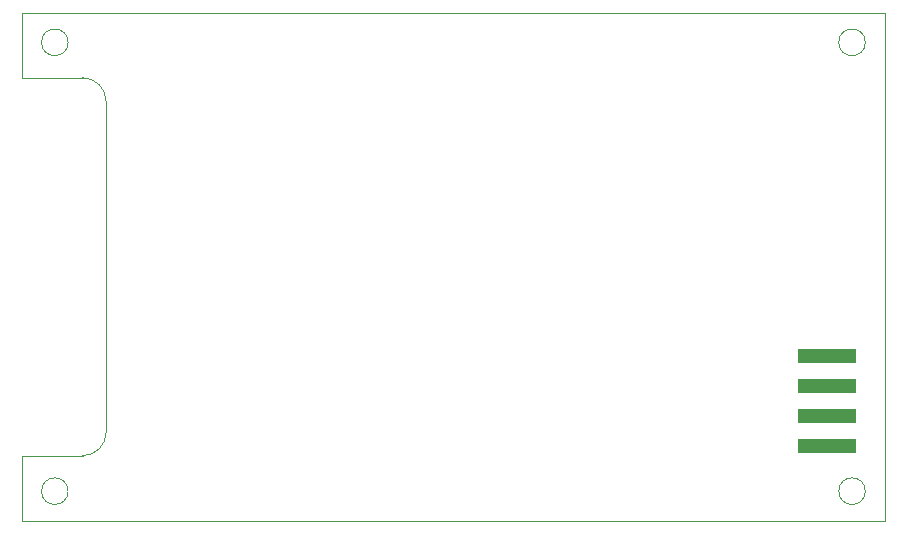
<source format=gbr>
%TF.GenerationSoftware,KiCad,Pcbnew,5.99.0-unknown-308ab8caf~106~ubuntu18.04.1*%
%TF.CreationDate,2021-02-25T19:42:54-08:00*%
%TF.ProjectId,signal-board,7369676e-616c-42d6-926f-6172642e6b69,rev?*%
%TF.SameCoordinates,Original*%
%TF.FileFunction,Paste,Top*%
%TF.FilePolarity,Positive*%
%FSLAX46Y46*%
G04 Gerber Fmt 4.6, Leading zero omitted, Abs format (unit mm)*
G04 Created by KiCad (PCBNEW 5.99.0-unknown-308ab8caf~106~ubuntu18.04.1) date 2021-02-25 19:42:54*
%MOMM*%
%LPD*%
G01*
G04 APERTURE LIST*
%TA.AperFunction,Profile*%
%ADD10C,0.100000*%
%TD*%
%TA.AperFunction,Profile*%
%ADD11C,0.120000*%
%TD*%
%ADD12R,5.000000X1.250000*%
G04 APERTURE END LIST*
D10*
X170300000Y-141000000D02*
X170300000Y-98000000D01*
X170300000Y-141000000D02*
X97300000Y-141000000D01*
X97300000Y-135500000D02*
X97300000Y-141000000D01*
X104400000Y-133500000D02*
G75*
G02*
X102400000Y-135500000I-2000000J0D01*
G01*
X104400000Y-133500000D02*
X104400000Y-105500000D01*
X97300000Y-98000000D02*
X97300000Y-103500000D01*
D11*
X101175000Y-138500000D02*
G75*
G03*
X101175000Y-138500000I-1125000J0D01*
G01*
D10*
X102400000Y-103500000D02*
G75*
G02*
X104400000Y-105500000I0J-2000000D01*
G01*
D11*
X101175000Y-100500000D02*
G75*
G03*
X101175000Y-100500000I-1125000J0D01*
G01*
X97300000Y-98000000D02*
X170300000Y-98000000D01*
X168675000Y-138500000D02*
G75*
G03*
X168675000Y-138500000I-1125000J0D01*
G01*
D10*
X102400000Y-135500000D02*
X97300000Y-135500000D01*
D11*
X168675000Y-100500000D02*
G75*
G03*
X168675000Y-100500000I-1125000J0D01*
G01*
D10*
X102400000Y-103500000D02*
X97300000Y-103500000D01*
D12*
%TO.C,J3*%
X165430200Y-127076200D03*
X165430200Y-129616200D03*
X165430200Y-132156200D03*
X165430200Y-134696200D03*
%TD*%
M02*

</source>
